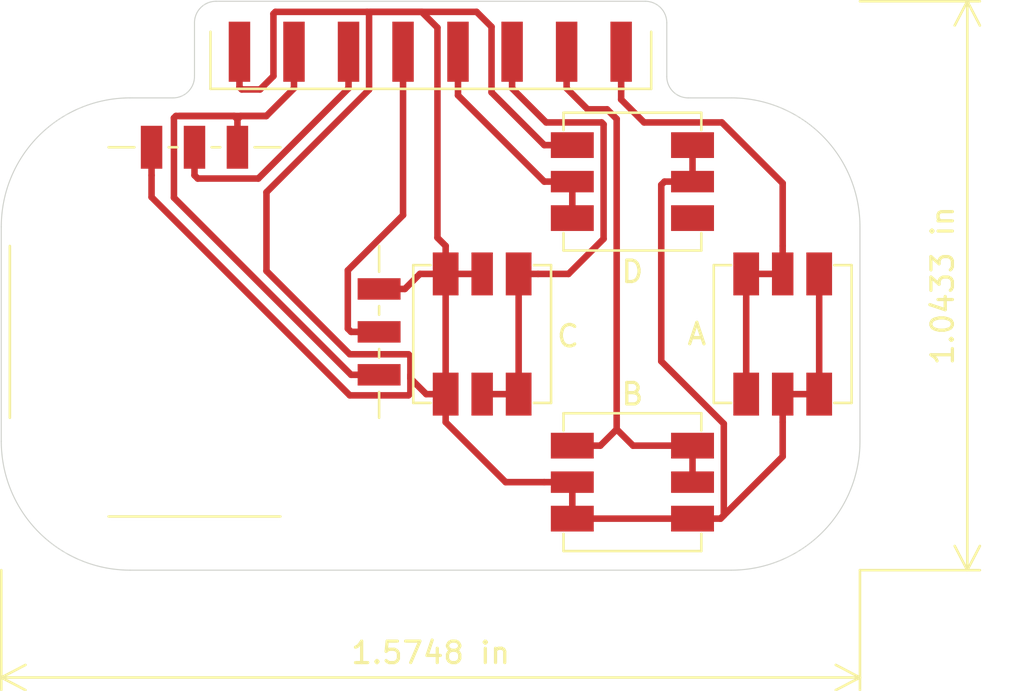
<source format=kicad_pcb>
(kicad_pcb (version 20171130) (host pcbnew "(5.1.5-0-10_14)")

  (general
    (thickness 1.6)
    (drawings 22)
    (tracks 117)
    (zones 0)
    (modules 6)
    (nets 9)
  )

  (page A4)
  (layers
    (0 F.Cu signal)
    (31 B.Cu signal)
    (32 B.Adhes user)
    (33 F.Adhes user)
    (34 B.Paste user)
    (35 F.Paste user)
    (36 B.SilkS user)
    (37 F.SilkS user)
    (38 B.Mask user)
    (39 F.Mask user)
    (40 Dwgs.User user)
    (41 Cmts.User user)
    (42 Eco1.User user)
    (43 Eco2.User user)
    (44 Edge.Cuts user)
    (45 Margin user)
    (46 B.CrtYd user hide)
    (47 F.CrtYd user hide)
    (48 B.Fab user)
    (49 F.Fab user hide)
  )

  (setup
    (last_trace_width 0.3048)
    (trace_clearance 0.3048)
    (zone_clearance 0.508)
    (zone_45_only no)
    (trace_min 0.1524)
    (via_size 0.6096)
    (via_drill 0.3048)
    (via_min_size 0.6096)
    (via_min_drill 0.3048)
    (uvia_size 0.3)
    (uvia_drill 0.1)
    (uvias_allowed no)
    (uvia_min_size 0.2)
    (uvia_min_drill 0.1)
    (edge_width 0.05)
    (segment_width 0.2)
    (pcb_text_width 0.3)
    (pcb_text_size 1.5 1.5)
    (mod_edge_width 0.12)
    (mod_text_size 1 1)
    (mod_text_width 0.15)
    (pad_size 1.524 1.524)
    (pad_drill 0.762)
    (pad_to_mask_clearance 0.051)
    (solder_mask_min_width 0.25)
    (aux_axis_origin 0 0)
    (visible_elements FFFFFF7F)
    (pcbplotparams
      (layerselection 0x010a8_7fffffff)
      (usegerberextensions true)
      (usegerberattributes false)
      (usegerberadvancedattributes false)
      (creategerberjobfile false)
      (excludeedgelayer true)
      (linewidth 0.100000)
      (plotframeref false)
      (viasonmask false)
      (mode 1)
      (useauxorigin false)
      (hpglpennumber 1)
      (hpglpenspeed 20)
      (hpglpendiameter 15.000000)
      (psnegative false)
      (psa4output false)
      (plotreference true)
      (plotvalue true)
      (plotinvisibletext false)
      (padsonsilk false)
      (subtractmaskfromsilk false)
      (outputformat 1)
      (mirror false)
      (drillshape 0)
      (scaleselection 1)
      (outputdirectory "RPiWDCntr/"))
  )

  (net 0 "")
  (net 1 "Net-(J1-Pad8)")
  (net 2 GND)
  (net 3 VPP)
  (net 4 "Net-(J1-Pad3)")
  (net 5 "Net-(J1-Pad4)")
  (net 6 "Net-(J1-Pad5)")
  (net 7 "Net-(J1-Pad6)")
  (net 8 "Net-(J1-Pad7)")

  (net_class Default "これはデフォルトのネット クラスです。"
    (clearance 0.3048)
    (trace_width 0.3048)
    (via_dia 0.6096)
    (via_drill 0.3048)
    (uvia_dia 0.3)
    (uvia_drill 0.1)
    (diff_pair_width 0.3048)
    (diff_pair_gap 0.3048)
    (add_net GND)
    (add_net "Net-(J1-Pad3)")
    (add_net "Net-(J1-Pad4)")
    (add_net "Net-(J1-Pad5)")
    (add_net "Net-(J1-Pad6)")
    (add_net "Net-(J1-Pad7)")
    (add_net "Net-(J1-Pad8)")
    (add_net VPP)
  )

  (module RPiWD_Controller:Connecter_SMD_8pin (layer F.Cu) (tedit 5DF0F2BE) (tstamp 5DED2FEE)
    (at 148.875 56.25 270)
    (path /5DED8D21)
    (fp_text reference J1 (at 0 -2.6 90) (layer F.SilkS) hide
      (effects (font (size 1 1) (thickness 0.15)))
    )
    (fp_text value Connector (at 2.921 8.509 180) (layer F.Fab)
      (effects (font (size 1 1) (thickness 0.15)))
    )
    (fp_line (start -1.33 19.13) (end 1.33 19.13) (layer F.SilkS) (width 0.12))
    (fp_line (start 1.33 16.44) (end 1.33 17.8) (layer F.SilkS) (width 0.12))
    (fp_line (start -1.8 -1.8) (end 1.75 -1.8) (layer F.CrtYd) (width 0.05))
    (fp_line (start 1.75 -1.8) (end 1.75 19.55) (layer F.CrtYd) (width 0.05))
    (fp_line (start 1.75 19.55) (end -1.8 19.55) (layer F.CrtYd) (width 0.05))
    (fp_line (start -1.8 19.55) (end -1.8 -1.8) (layer F.CrtYd) (width 0.05))
    (fp_line (start 0.635 -1.27) (end 1.27 -0.635) (layer F.Fab) (width 0.1))
    (fp_line (start 1.27 -0.635) (end 1.27 19.05) (layer F.Fab) (width 0.1))
    (fp_line (start 1.27 19.05) (end -1.27 19.05) (layer F.Fab) (width 0.1))
    (fp_line (start -1.27 19.05) (end -1.27 -1.27) (layer F.Fab) (width 0.1))
    (fp_line (start -1.33 -1.4) (end 1.33 -1.4) (layer F.SilkS) (width 0.12))
    (fp_line (start 1.33 -1.4) (end 1.33 16.44) (layer F.SilkS) (width 0.12))
    (fp_line (start 1.33 17.8) (end 1.33 19.13) (layer F.SilkS) (width 0.12))
    (fp_line (start -1.27 -1.27) (end 0.635 -1.27) (layer F.Fab) (width 0.1))
    (pad 7 smd rect (at -0.4 2.54 270) (size 2.8 1) (layers F.Cu F.Paste F.Mask)
      (net 8 "Net-(J1-Pad7)"))
    (pad 6 smd rect (at -0.4 5.08 270) (size 2.8 1) (layers F.Cu F.Paste F.Mask)
      (net 7 "Net-(J1-Pad6)"))
    (pad 5 smd rect (at -0.4 7.6 270) (size 2.8 1) (layers F.Cu F.Paste F.Mask)
      (net 6 "Net-(J1-Pad5)"))
    (pad 4 smd rect (at -0.4 10.16 270) (size 2.8 1) (layers F.Cu F.Paste F.Mask)
      (net 5 "Net-(J1-Pad4)"))
    (pad 3 smd rect (at -0.4 12.7 270) (size 2.8 1) (layers F.Cu F.Paste F.Mask)
      (net 4 "Net-(J1-Pad3)"))
    (pad 2 smd rect (at -0.4 15.24 270) (size 2.8 1) (layers F.Cu F.Paste F.Mask)
      (net 3 VPP))
    (pad 1 smd rect (at -0.4 17.78 270) (size 2.8 1) (layers F.Cu F.Paste F.Mask)
      (net 2 GND))
    (pad 8 smd rect (at -0.4 0 270) (size 2.8 1) (layers F.Cu F.Paste F.Mask)
      (net 1 "Net-(J1-Pad8)"))
  )

  (module RPiWD_Controller:AnalogJoyStick (layer F.Cu) (tedit 5DECD45A) (tstamp 5DED3004)
    (at 129 68.9)
    (path /5DED3BB7)
    (fp_text reference RV1 (at 0 9.6) (layer F.SilkS) hide
      (effects (font (size 1 1) (thickness 0.15)))
    )
    (fp_text value AnalogJoyStick (at 0 0) (layer F.Fab)
      (effects (font (size 1 1) (thickness 0.15)))
    )
    (fp_line (start 8.6 -4) (end 8.6 -2.8) (layer F.SilkS) (width 0.12))
    (fp_line (start 8.6 -0.8) (end 8.6 -1.2) (layer F.SilkS) (width 0.12))
    (fp_line (start 8.6 1.2) (end 8.6 0.8) (layer F.SilkS) (width 0.12))
    (fp_line (start 8.6 4) (end 8.6 2.8) (layer F.SilkS) (width 0.12))
    (fp_line (start 4 -8.6) (end 2.8 -8.6) (layer F.SilkS) (width 0.12))
    (fp_line (start 0.8 -8.6) (end 1.2 -8.6) (layer F.SilkS) (width 0.12))
    (fp_line (start -1.2 -8.6) (end -0.8 -8.6) (layer F.SilkS) (width 0.12))
    (fp_line (start -4 -8.6) (end -2.8 -8.6) (layer F.SilkS) (width 0.12))
    (fp_line (start -4 8.6) (end 4 8.6) (layer F.SilkS) (width 0.12))
    (fp_line (start -8.6 4) (end -8.6 -4) (layer F.SilkS) (width 0.12))
    (pad "" np_thru_hole circle (at 6 6) (size 1.6 1.6) (drill 1.6) (layers *.Cu *.Mask))
    (pad "" np_thru_hole circle (at -6 -6) (size 1.6 1.6) (drill 1.6) (layers *.Cu *.Mask))
    (pad 6 smd rect (at 8.6 -2) (size 2 1) (layers F.Cu F.Paste F.Mask)
      (net 2 GND))
    (pad 5 smd rect (at 8.6 0) (size 2 1) (layers F.Cu F.Paste F.Mask)
      (net 5 "Net-(J1-Pad4)"))
    (pad 4 smd rect (at 8.6 2) (size 2 1) (layers F.Cu F.Paste F.Mask)
      (net 3 VPP))
    (pad 3 smd rect (at -2 -8.6) (size 1 2) (layers F.Cu F.Paste F.Mask)
      (net 2 GND))
    (pad 2 smd rect (at 0 -8.6) (size 1 2) (layers F.Cu F.Paste F.Mask)
      (net 4 "Net-(J1-Pad3)"))
    (pad 1 smd rect (at 2 -8.6) (size 1 2) (layers F.Cu F.Paste F.Mask)
      (net 3 VPP))
  )

  (module RPiWD_Controller:SW_SMD (layer F.Cu) (tedit 5DECE108) (tstamp 5DED3019)
    (at 156.4 69 270)
    (path /5DED4BAC)
    (fp_text reference SW1 (at -0.2 -4.2 90) (layer F.SilkS) hide
      (effects (font (size 1 1) (thickness 0.15)))
    )
    (fp_text value SW1 (at 0 0 180) (layer F.Fab)
      (effects (font (size 1 1) (thickness 0.15)))
    )
    (fp_line (start -4 3.35) (end 4 3.35) (layer F.CrtYd) (width 0.05))
    (fp_line (start -4 -3.35) (end 4 -3.35) (layer F.CrtYd) (width 0.05))
    (fp_line (start -4 3.35) (end -4 -3.35) (layer F.CrtYd) (width 0.05))
    (fp_circle (center 0 0) (end 1.5 0) (layer F.Fab) (width 0.1))
    (fp_line (start -3.21 2.4) (end -3.21 3.21) (layer F.SilkS) (width 0.12))
    (fp_line (start -3.21 3.21) (end 3.21 3.21) (layer F.SilkS) (width 0.12))
    (fp_line (start 3.1 3.1) (end -3.1 3.1) (layer F.Fab) (width 0.1))
    (fp_line (start -3.1 3.1) (end -3.1 -3.1) (layer F.Fab) (width 0.1))
    (fp_line (start 4 -3.35) (end 4 3.35) (layer F.CrtYd) (width 0.05))
    (fp_line (start 3.21 3.21) (end 3.21 2.4) (layer F.SilkS) (width 0.12))
    (fp_line (start 3.21 -2.4) (end 3.21 -3.21) (layer F.SilkS) (width 0.12))
    (fp_line (start 3.21 -3.21) (end -3.21 -3.21) (layer F.SilkS) (width 0.12))
    (fp_line (start -3.21 -3.21) (end -3.21 -2.4) (layer F.SilkS) (width 0.12))
    (fp_line (start -3.1 -3.1) (end 3.1 -3.1) (layer F.Fab) (width 0.1))
    (fp_line (start 3.1 -3.1) (end 3.1 3.1) (layer F.Fab) (width 0.1))
    (pad 2 smd rect (at 2.8 -1.7 270) (size 2 1.2) (layers F.Cu F.Paste F.Mask)
      (net 2 GND))
    (pad 1 smd rect (at 2.8 1.7 270) (size 2 1.2) (layers F.Cu F.Paste F.Mask)
      (net 1 "Net-(J1-Pad8)"))
    (pad 2 smd rect (at -2.8 -1.7 270) (size 2 1.2) (layers F.Cu F.Paste F.Mask)
      (net 2 GND))
    (pad 1 smd rect (at -2.8 1.7 270) (size 2 1.2) (layers F.Cu F.Paste F.Mask)
      (net 1 "Net-(J1-Pad8)"))
    (pad 1 smd rect (at -2.8 0 270) (size 2 1) (layers F.Cu F.Paste F.Mask)
      (net 1 "Net-(J1-Pad8)"))
    (pad 2 smd rect (at 2.8 0 270) (size 2 1) (layers F.Cu F.Paste F.Mask)
      (net 2 GND))
  )

  (module RPiWD_Controller:SW_SMD (layer F.Cu) (tedit 5DECE108) (tstamp 5DED302E)
    (at 149.4 75.9 180)
    (path /5DED5B61)
    (fp_text reference SW2 (at -0.2 -4.2) (layer F.SilkS) hide
      (effects (font (size 1 1) (thickness 0.15)))
    )
    (fp_text value SW2 (at 0 0) (layer F.Fab)
      (effects (font (size 1 1) (thickness 0.15)))
    )
    (fp_line (start -4 3.35) (end 4 3.35) (layer F.CrtYd) (width 0.05))
    (fp_line (start -4 -3.35) (end 4 -3.35) (layer F.CrtYd) (width 0.05))
    (fp_line (start -4 3.35) (end -4 -3.35) (layer F.CrtYd) (width 0.05))
    (fp_circle (center 0 0) (end 1.5 0) (layer F.Fab) (width 0.1))
    (fp_line (start -3.21 2.4) (end -3.21 3.21) (layer F.SilkS) (width 0.12))
    (fp_line (start -3.21 3.21) (end 3.21 3.21) (layer F.SilkS) (width 0.12))
    (fp_line (start 3.1 3.1) (end -3.1 3.1) (layer F.Fab) (width 0.1))
    (fp_line (start -3.1 3.1) (end -3.1 -3.1) (layer F.Fab) (width 0.1))
    (fp_line (start 4 -3.35) (end 4 3.35) (layer F.CrtYd) (width 0.05))
    (fp_line (start 3.21 3.21) (end 3.21 2.4) (layer F.SilkS) (width 0.12))
    (fp_line (start 3.21 -2.4) (end 3.21 -3.21) (layer F.SilkS) (width 0.12))
    (fp_line (start 3.21 -3.21) (end -3.21 -3.21) (layer F.SilkS) (width 0.12))
    (fp_line (start -3.21 -3.21) (end -3.21 -2.4) (layer F.SilkS) (width 0.12))
    (fp_line (start -3.1 -3.1) (end 3.1 -3.1) (layer F.Fab) (width 0.1))
    (fp_line (start 3.1 -3.1) (end 3.1 3.1) (layer F.Fab) (width 0.1))
    (pad 2 smd rect (at 2.8 -1.7 180) (size 2 1.2) (layers F.Cu F.Paste F.Mask)
      (net 2 GND))
    (pad 1 smd rect (at 2.8 1.7 180) (size 2 1.2) (layers F.Cu F.Paste F.Mask)
      (net 8 "Net-(J1-Pad7)"))
    (pad 2 smd rect (at -2.8 -1.7 180) (size 2 1.2) (layers F.Cu F.Paste F.Mask)
      (net 2 GND))
    (pad 1 smd rect (at -2.8 1.7 180) (size 2 1.2) (layers F.Cu F.Paste F.Mask)
      (net 8 "Net-(J1-Pad7)"))
    (pad 1 smd rect (at -2.8 0 180) (size 2 1) (layers F.Cu F.Paste F.Mask)
      (net 8 "Net-(J1-Pad7)"))
    (pad 2 smd rect (at 2.8 0 180) (size 2 1) (layers F.Cu F.Paste F.Mask)
      (net 2 GND))
  )

  (module RPiWD_Controller:SW_SMD (layer F.Cu) (tedit 5DECE108) (tstamp 5DED3043)
    (at 142.4 69 90)
    (path /5DED73E6)
    (fp_text reference SW3 (at -0.2 -4.2 90) (layer F.SilkS) hide
      (effects (font (size 1 1) (thickness 0.15)))
    )
    (fp_text value SW3 (at 0 0 180) (layer F.Fab)
      (effects (font (size 1 1) (thickness 0.15)))
    )
    (fp_line (start -4 3.35) (end 4 3.35) (layer F.CrtYd) (width 0.05))
    (fp_line (start -4 -3.35) (end 4 -3.35) (layer F.CrtYd) (width 0.05))
    (fp_line (start -4 3.35) (end -4 -3.35) (layer F.CrtYd) (width 0.05))
    (fp_circle (center 0 0) (end 1.5 0) (layer F.Fab) (width 0.1))
    (fp_line (start -3.21 2.4) (end -3.21 3.21) (layer F.SilkS) (width 0.12))
    (fp_line (start -3.21 3.21) (end 3.21 3.21) (layer F.SilkS) (width 0.12))
    (fp_line (start 3.1 3.1) (end -3.1 3.1) (layer F.Fab) (width 0.1))
    (fp_line (start -3.1 3.1) (end -3.1 -3.1) (layer F.Fab) (width 0.1))
    (fp_line (start 4 -3.35) (end 4 3.35) (layer F.CrtYd) (width 0.05))
    (fp_line (start 3.21 3.21) (end 3.21 2.4) (layer F.SilkS) (width 0.12))
    (fp_line (start 3.21 -2.4) (end 3.21 -3.21) (layer F.SilkS) (width 0.12))
    (fp_line (start 3.21 -3.21) (end -3.21 -3.21) (layer F.SilkS) (width 0.12))
    (fp_line (start -3.21 -3.21) (end -3.21 -2.4) (layer F.SilkS) (width 0.12))
    (fp_line (start -3.1 -3.1) (end 3.1 -3.1) (layer F.Fab) (width 0.1))
    (fp_line (start 3.1 -3.1) (end 3.1 3.1) (layer F.Fab) (width 0.1))
    (pad 2 smd rect (at 2.8 -1.7 90) (size 2 1.2) (layers F.Cu F.Paste F.Mask)
      (net 2 GND))
    (pad 1 smd rect (at 2.8 1.7 90) (size 2 1.2) (layers F.Cu F.Paste F.Mask)
      (net 7 "Net-(J1-Pad6)"))
    (pad 2 smd rect (at -2.8 -1.7 90) (size 2 1.2) (layers F.Cu F.Paste F.Mask)
      (net 2 GND))
    (pad 1 smd rect (at -2.8 1.7 90) (size 2 1.2) (layers F.Cu F.Paste F.Mask)
      (net 7 "Net-(J1-Pad6)"))
    (pad 1 smd rect (at -2.8 0 90) (size 2 1) (layers F.Cu F.Paste F.Mask)
      (net 7 "Net-(J1-Pad6)"))
    (pad 2 smd rect (at 2.8 0 90) (size 2 1) (layers F.Cu F.Paste F.Mask)
      (net 2 GND))
  )

  (module RPiWD_Controller:SW_SMD (layer F.Cu) (tedit 5DECE108) (tstamp 5DED3058)
    (at 149.4 61.9)
    (path /5DED7C5C)
    (fp_text reference SW4 (at -0.2 -4.2) (layer F.SilkS) hide
      (effects (font (size 1 1) (thickness 0.15)))
    )
    (fp_text value SW4 (at 0 0) (layer F.Fab)
      (effects (font (size 1 1) (thickness 0.15)))
    )
    (fp_line (start -4 3.35) (end 4 3.35) (layer F.CrtYd) (width 0.05))
    (fp_line (start -4 -3.35) (end 4 -3.35) (layer F.CrtYd) (width 0.05))
    (fp_line (start -4 3.35) (end -4 -3.35) (layer F.CrtYd) (width 0.05))
    (fp_circle (center 0 0) (end 1.5 0) (layer F.Fab) (width 0.1))
    (fp_line (start -3.21 2.4) (end -3.21 3.21) (layer F.SilkS) (width 0.12))
    (fp_line (start -3.21 3.21) (end 3.21 3.21) (layer F.SilkS) (width 0.12))
    (fp_line (start 3.1 3.1) (end -3.1 3.1) (layer F.Fab) (width 0.1))
    (fp_line (start -3.1 3.1) (end -3.1 -3.1) (layer F.Fab) (width 0.1))
    (fp_line (start 4 -3.35) (end 4 3.35) (layer F.CrtYd) (width 0.05))
    (fp_line (start 3.21 3.21) (end 3.21 2.4) (layer F.SilkS) (width 0.12))
    (fp_line (start 3.21 -2.4) (end 3.21 -3.21) (layer F.SilkS) (width 0.12))
    (fp_line (start 3.21 -3.21) (end -3.21 -3.21) (layer F.SilkS) (width 0.12))
    (fp_line (start -3.21 -3.21) (end -3.21 -2.4) (layer F.SilkS) (width 0.12))
    (fp_line (start -3.1 -3.1) (end 3.1 -3.1) (layer F.Fab) (width 0.1))
    (fp_line (start 3.1 -3.1) (end 3.1 3.1) (layer F.Fab) (width 0.1))
    (pad 2 smd rect (at 2.8 -1.7) (size 2 1.2) (layers F.Cu F.Paste F.Mask)
      (net 2 GND))
    (pad 1 smd rect (at 2.8 1.7) (size 2 1.2) (layers F.Cu F.Paste F.Mask)
      (net 6 "Net-(J1-Pad5)"))
    (pad 2 smd rect (at -2.8 -1.7) (size 2 1.2) (layers F.Cu F.Paste F.Mask)
      (net 2 GND))
    (pad 1 smd rect (at -2.8 1.7) (size 2 1.2) (layers F.Cu F.Paste F.Mask)
      (net 6 "Net-(J1-Pad5)"))
    (pad 1 smd rect (at -2.8 0) (size 2 1) (layers F.Cu F.Paste F.Mask)
      (net 6 "Net-(J1-Pad5)"))
    (pad 2 smd rect (at 2.8 0) (size 2 1) (layers F.Cu F.Paste F.Mask)
      (net 2 GND))
  )

  (dimension 26.5 (width 0.12) (layer F.SilkS)
    (gr_text "26.500 mm" (at 166.27 66.75 90) (layer F.SilkS)
      (effects (font (size 1 1) (thickness 0.15)))
    )
    (feature1 (pts (xy 160 53.5) (xy 165.586421 53.5)))
    (feature2 (pts (xy 160 80) (xy 165.586421 80)))
    (crossbar (pts (xy 165 80) (xy 165 53.5)))
    (arrow1a (pts (xy 165 53.5) (xy 165.586421 54.626504)))
    (arrow1b (pts (xy 165 53.5) (xy 164.413579 54.626504)))
    (arrow2a (pts (xy 165 80) (xy 165.586421 78.873496)))
    (arrow2b (pts (xy 165 80) (xy 164.413579 78.873496)))
  )
  (dimension 40 (width 0.12) (layer F.SilkS)
    (gr_text "40.000 mm" (at 140 86.27) (layer F.SilkS)
      (effects (font (size 1 1) (thickness 0.15)))
    )
    (feature1 (pts (xy 160 80) (xy 160 85.586421)))
    (feature2 (pts (xy 120 80) (xy 120 85.586421)))
    (crossbar (pts (xy 120 85) (xy 160 85)))
    (arrow1a (pts (xy 160 85) (xy 158.873496 85.586421)))
    (arrow1b (pts (xy 160 85) (xy 158.873496 84.413579)))
    (arrow2a (pts (xy 120 85) (xy 121.126504 85.586421)))
    (arrow2b (pts (xy 120 85) (xy 121.126504 84.413579)))
  )
  (gr_text D (at 149.4 66.1) (layer F.SilkS) (tstamp 5DED515A)
    (effects (font (size 1 1) (thickness 0.15)))
  )
  (gr_text C (at 146.4 69.1) (layer F.SilkS) (tstamp 5DED50ED)
    (effects (font (size 1 1) (thickness 0.15)))
  )
  (gr_text B (at 149.4 71.8) (layer F.SilkS) (tstamp 5DED5093)
    (effects (font (size 1 1) (thickness 0.15)))
  )
  (gr_text A (at 152.4 69) (layer F.SilkS)
    (effects (font (size 1 1) (thickness 0.15)))
  )
  (gr_line (start 126 58) (end 128 58) (layer Edge.Cuts) (width 0.05) (tstamp 5DED4AE2))
  (gr_line (start 129 54.5) (end 129 57) (layer Edge.Cuts) (width 0.05) (tstamp 5DED4AE1))
  (gr_line (start 152 58) (end 154 58) (layer Edge.Cuts) (width 0.05) (tstamp 5DED4AE0))
  (gr_line (start 151 54.5) (end 151 57) (layer Edge.Cuts) (width 0.05) (tstamp 5DED4ADF))
  (gr_arc (start 130 54.5) (end 130 53.5) (angle -90) (layer Edge.Cuts) (width 0.05) (tstamp 5DED4ACA))
  (gr_arc (start 150 54.5) (end 151 54.5) (angle -90) (layer Edge.Cuts) (width 0.05) (tstamp 5DED4AC6))
  (gr_arc (start 152 57) (end 151 57) (angle -90) (layer Edge.Cuts) (width 0.05) (tstamp 5DED4AC0))
  (gr_arc (start 128 57) (end 128 58) (angle -90) (layer Edge.Cuts) (width 0.05))
  (gr_arc (start 154 64) (end 160 64) (angle -90) (layer Edge.Cuts) (width 0.05) (tstamp 5DED4ABA))
  (gr_arc (start 126 64) (end 126 58) (angle -90) (layer Edge.Cuts) (width 0.05) (tstamp 5DED4AB5))
  (gr_arc (start 126 74) (end 120 74) (angle -90) (layer Edge.Cuts) (width 0.05) (tstamp 5DED4AAF))
  (gr_arc (start 154 74) (end 154 80) (angle -90) (layer Edge.Cuts) (width 0.05))
  (gr_line (start 120 74) (end 120 64) (layer Edge.Cuts) (width 0.05) (tstamp 5DED3489))
  (gr_line (start 154 80) (end 126 80) (layer Edge.Cuts) (width 0.05))
  (gr_line (start 160 64) (end 160 74) (layer Edge.Cuts) (width 0.05))
  (gr_line (start 130 53.5) (end 150 53.5) (layer Edge.Cuts) (width 0.05))

  (segment (start 148.875 55.85) (end 148.875 56.75) (width 0.3048) (layer F.Cu) (net 1))
  (segment (start 156.4 66.2) (end 154.7 66.2) (width 0.3048) (layer F.Cu) (net 1))
  (segment (start 154.7 66.2) (end 154.7 71.8) (width 0.3048) (layer F.Cu) (net 1))
  (segment (start 148.875 57.5548) (end 148.9 57.5798) (width 0.3048) (layer F.Cu) (net 1))
  (segment (start 148.875 55.85) (end 148.875 57.5548) (width 0.3048) (layer F.Cu) (net 1))
  (segment (start 156.4 61.977038) (end 156.4 64.8952) (width 0.3048) (layer F.Cu) (net 1))
  (segment (start 153.565761 59.142799) (end 156.4 61.977038) (width 0.3048) (layer F.Cu) (net 1))
  (segment (start 156.4 64.8952) (end 156.4 66.2) (width 0.3048) (layer F.Cu) (net 1))
  (segment (start 149.942799 59.142799) (end 153.565761 59.142799) (width 0.3048) (layer F.Cu) (net 1))
  (segment (start 148.875 58.075) (end 149.942799 59.142799) (width 0.3048) (layer F.Cu) (net 1))
  (segment (start 148.875 57.5548) (end 148.875 58.075) (width 0.3048) (layer F.Cu) (net 1))
  (segment (start 127 61.6048) (end 127 60.3) (width 0.3048) (layer F.Cu) (net 2))
  (segment (start 127 62.622962) (end 127 61.6048) (width 0.3048) (layer F.Cu) (net 2))
  (segment (start 136.234239 71.857201) (end 127 62.622962) (width 0.3048) (layer F.Cu) (net 2))
  (segment (start 139.057201 71.765761) (end 138.965761 71.857201) (width 0.3048) (layer F.Cu) (net 2))
  (segment (start 139.057201 70.034239) (end 139.057201 71.765761) (width 0.3048) (layer F.Cu) (net 2))
  (segment (start 138.965761 69.942799) (end 139.057201 70.034239) (width 0.3048) (layer F.Cu) (net 2))
  (segment (start 136.234239 69.942799) (end 138.965761 69.942799) (width 0.3048) (layer F.Cu) (net 2))
  (segment (start 132.352871 66.061431) (end 136.234239 69.942799) (width 0.3048) (layer F.Cu) (net 2))
  (segment (start 138.965761 71.857201) (end 136.234239 71.857201) (width 0.3048) (layer F.Cu) (net 2))
  (segment (start 132.352871 62.395091) (end 132.352871 66.061431) (width 0.3048) (layer F.Cu) (net 2))
  (segment (start 137.132201 54.084239) (end 137.132201 57.615761) (width 0.3048) (layer F.Cu) (net 2))
  (segment (start 137.040761 53.992799) (end 137.132201 54.084239) (width 0.3048) (layer F.Cu) (net 2))
  (segment (start 137.132201 57.615761) (end 132.352871 62.395091) (width 0.3048) (layer F.Cu) (net 2))
  (segment (start 132.769239 53.992799) (end 137.040761 53.992799) (width 0.3048) (layer F.Cu) (net 2))
  (segment (start 131.095 55.85) (end 131.095 55.667038) (width 0.3048) (layer F.Cu) (net 2))
  (segment (start 145.2952 60.2) (end 146.6 60.2) (width 0.3048) (layer F.Cu) (net 2))
  (segment (start 142.837799 54.689837) (end 142.837799 57.742599) (width 0.3048) (layer F.Cu) (net 2))
  (segment (start 142.837799 57.742599) (end 145.2952 60.2) (width 0.3048) (layer F.Cu) (net 2))
  (segment (start 142.140761 53.992799) (end 142.837799 54.689837) (width 0.3048) (layer F.Cu) (net 2))
  (segment (start 140.317799 64.512999) (end 140.7 64.8952) (width 0.3048) (layer F.Cu) (net 2))
  (segment (start 139.580761 53.992799) (end 140.317799 54.729837) (width 0.3048) (layer F.Cu) (net 2))
  (segment (start 137.207201 53.992799) (end 139.580761 53.992799) (width 0.3048) (layer F.Cu) (net 2))
  (segment (start 140.317799 54.729837) (end 140.317799 64.512999) (width 0.3048) (layer F.Cu) (net 2))
  (segment (start 137.040761 53.992799) (end 137.207201 53.992799) (width 0.3048) (layer F.Cu) (net 2))
  (segment (start 140.7 64.8952) (end 140.7 66.2) (width 0.3048) (layer F.Cu) (net 2))
  (segment (start 137.207201 53.992799) (end 142.140761 53.992799) (width 0.3048) (layer F.Cu) (net 2))
  (segment (start 142.4 66.2) (end 140.7 66.2) (width 0.3048) (layer F.Cu) (net 2))
  (segment (start 137.6 66.9) (end 138.8 66.9) (width 0.3048) (layer F.Cu) (net 2))
  (segment (start 139.5 66.2) (end 140.7 66.2) (width 0.3048) (layer F.Cu) (net 2))
  (segment (start 138.8 66.9) (end 139.5 66.2) (width 0.3048) (layer F.Cu) (net 2))
  (segment (start 140.7 66.2) (end 140.7 71.8) (width 0.3048) (layer F.Cu) (net 2))
  (segment (start 139.057201 71.062001) (end 139.057201 70.9) (width 0.3048) (layer F.Cu) (net 2))
  (segment (start 139.7952 71.8) (end 139.057201 71.062001) (width 0.3048) (layer F.Cu) (net 2))
  (segment (start 140.7 71.8) (end 139.7952 71.8) (width 0.3048) (layer F.Cu) (net 2))
  (segment (start 145.2952 75.9) (end 146.6 75.9) (width 0.3048) (layer F.Cu) (net 2))
  (segment (start 143.4952 75.9) (end 145.2952 75.9) (width 0.3048) (layer F.Cu) (net 2))
  (segment (start 140.7 73.1048) (end 143.4952 75.9) (width 0.3048) (layer F.Cu) (net 2))
  (segment (start 140.7 71.8) (end 140.7 73.1048) (width 0.3048) (layer F.Cu) (net 2))
  (segment (start 146.6 75.9) (end 146.6 77.6) (width 0.3048) (layer F.Cu) (net 2))
  (segment (start 146.6 77.6) (end 152.2 77.6) (width 0.3048) (layer F.Cu) (net 2))
  (segment (start 156.4 73.1048) (end 156.4 71.8) (width 0.3048) (layer F.Cu) (net 2))
  (segment (start 156.4 74.7048) (end 156.4 73.1048) (width 0.3048) (layer F.Cu) (net 2))
  (segment (start 153.5048 77.6) (end 156.4 74.7048) (width 0.3048) (layer F.Cu) (net 2))
  (segment (start 156.4 71.8) (end 158.1 71.8) (width 0.3048) (layer F.Cu) (net 2))
  (segment (start 158.1 71.8) (end 158.1 66.2) (width 0.3048) (layer F.Cu) (net 2))
  (segment (start 150.742799 70.265761) (end 150.742799 62.052401) (width 0.3048) (layer F.Cu) (net 2))
  (segment (start 153.657201 73.180163) (end 150.742799 70.265761) (width 0.3048) (layer F.Cu) (net 2))
  (segment (start 153.657201 77.447599) (end 153.657201 73.180163) (width 0.3048) (layer F.Cu) (net 2))
  (segment (start 150.742799 62.052401) (end 150.8952 61.9) (width 0.3048) (layer F.Cu) (net 2))
  (segment (start 153.5048 77.6) (end 153.657201 77.447599) (width 0.3048) (layer F.Cu) (net 2))
  (segment (start 150.8952 61.9) (end 152.2 61.9) (width 0.3048) (layer F.Cu) (net 2))
  (segment (start 152.2 77.6) (end 153.5048 77.6) (width 0.3048) (layer F.Cu) (net 2))
  (segment (start 152.2 61.9) (end 152.2 60.2) (width 0.3048) (layer F.Cu) (net 2))
  (segment (start 131.095 55.85) (end 131.095 57.5) (width 0.3048) (layer F.Cu) (net 2))
  (segment (start 131.095 57.5) (end 131.2022 57.6072) (width 0.3048) (layer F.Cu) (net 2))
  (segment (start 131.2022 57.6072) (end 132.0546 57.6072) (width 0.3048) (layer F.Cu) (net 2))
  (segment (start 132.677799 54.084239) (end 132.769239 53.992799) (width 0.3048) (layer F.Cu) (net 2))
  (segment (start 132.677799 56.984001) (end 132.677799 54.084239) (width 0.3048) (layer F.Cu) (net 2))
  (segment (start 132.0546 57.6072) (end 132.677799 56.984001) (width 0.3048) (layer F.Cu) (net 2))
  (segment (start 128.042799 62.647599) (end 136.2952 70.9) (width 0.3048) (layer F.Cu) (net 3))
  (segment (start 128.042799 58.934239) (end 128.042799 62.647599) (width 0.3048) (layer F.Cu) (net 3))
  (segment (start 128.134239 58.842799) (end 128.042799 58.934239) (width 0.3048) (layer F.Cu) (net 3))
  (segment (start 132.347001 58.842799) (end 128.134239 58.842799) (width 0.3048) (layer F.Cu) (net 3))
  (segment (start 136.2952 70.9) (end 137.6 70.9) (width 0.3048) (layer F.Cu) (net 3))
  (segment (start 133.635 57.5548) (end 132.347001 58.842799) (width 0.3048) (layer F.Cu) (net 3))
  (segment (start 133.635 55.85) (end 133.635 57.5548) (width 0.3048) (layer F.Cu) (net 3))
  (segment (start 131.152401 58.842799) (end 132.347001 58.842799) (width 0.3048) (layer F.Cu) (net 3))
  (segment (start 131 58.9952) (end 131.152401 58.842799) (width 0.3048) (layer F.Cu) (net 3))
  (segment (start 131 60.3) (end 131 58.9952) (width 0.3048) (layer F.Cu) (net 3))
  (segment (start 130.847599 58.842799) (end 128.3 58.842799) (width 0.3048) (layer F.Cu) (net 3))
  (segment (start 131 58.9952) (end 130.847599 58.842799) (width 0.3048) (layer F.Cu) (net 3))
  (segment (start 129.152401 61.757201) (end 129 61.6048) (width 0.3048) (layer F.Cu) (net 4))
  (segment (start 131.972599 61.757201) (end 129.152401 61.757201) (width 0.3048) (layer F.Cu) (net 4))
  (segment (start 136.175 57.5548) (end 131.972599 61.757201) (width 0.3048) (layer F.Cu) (net 4))
  (segment (start 129 61.6048) (end 129 60.3) (width 0.3048) (layer F.Cu) (net 4))
  (segment (start 136.175 55.85) (end 136.175 57.5548) (width 0.3048) (layer F.Cu) (net 4))
  (segment (start 136.2952 68.9) (end 137.6 68.9) (width 0.3048) (layer F.Cu) (net 5))
  (segment (start 136.142799 68.747599) (end 136.2952 68.9) (width 0.3048) (layer F.Cu) (net 5))
  (segment (start 136.142799 66.034239) (end 136.142799 68.747599) (width 0.3048) (layer F.Cu) (net 5))
  (segment (start 138.715 63.462038) (end 136.142799 66.034239) (width 0.3048) (layer F.Cu) (net 5))
  (segment (start 138.715 55.85) (end 138.715 63.462038) (width 0.3048) (layer F.Cu) (net 5))
  (segment (start 141.275 57.8798) (end 145.2952 61.9) (width 0.3048) (layer F.Cu) (net 6))
  (segment (start 145.2952 61.9) (end 146.6 61.9) (width 0.3048) (layer F.Cu) (net 6))
  (segment (start 141.275 55.85) (end 141.275 57.8798) (width 0.3048) (layer F.Cu) (net 6))
  (segment (start 146.6 61.9) (end 146.6 63.6) (width 0.3048) (layer F.Cu) (net 6))
  (segment (start 145.0048 66.2) (end 144.1 66.2) (width 0.3048) (layer F.Cu) (net 7))
  (segment (start 148.057201 64.565761) (end 146.422962 66.2) (width 0.3048) (layer F.Cu) (net 7))
  (segment (start 148.057201 59.234239) (end 148.057201 64.565761) (width 0.3048) (layer F.Cu) (net 7))
  (segment (start 146.422962 66.2) (end 145.0048 66.2) (width 0.3048) (layer F.Cu) (net 7))
  (segment (start 147.965761 59.142799) (end 148.057201 59.234239) (width 0.3048) (layer F.Cu) (net 7))
  (segment (start 143.795 57.5548) (end 145.382999 59.142799) (width 0.3048) (layer F.Cu) (net 7))
  (segment (start 145.382999 59.142799) (end 147.965761 59.142799) (width 0.3048) (layer F.Cu) (net 7))
  (segment (start 143.795 55.85) (end 143.795 57.5548) (width 0.3048) (layer F.Cu) (net 7))
  (segment (start 144.1 66.2) (end 144.1 71.8) (width 0.3048) (layer F.Cu) (net 7))
  (segment (start 144.1 71.8) (end 142.4 71.8) (width 0.3048) (layer F.Cu) (net 7))
  (segment (start 148.66681 73.43799) (end 147.9048 74.2) (width 0.3048) (layer F.Cu) (net 8))
  (segment (start 147.9048 74.2) (end 146.6 74.2) (width 0.3048) (layer F.Cu) (net 8))
  (segment (start 148.66681 58.98173) (end 148.66681 73.43799) (width 0.3048) (layer F.Cu) (net 8))
  (segment (start 146.335 55.85) (end 146.335 56.64992) (width 0.3048) (layer F.Cu) (net 8))
  (segment (start 149.42882 74.2) (end 148.66681 73.43799) (width 0.3048) (layer F.Cu) (net 8))
  (segment (start 152.2 74.2) (end 149.42882 74.2) (width 0.3048) (layer F.Cu) (net 8))
  (segment (start 152.2 75.9) (end 152.2 74.2) (width 0.3048) (layer F.Cu) (net 8))
  (segment (start 147.313389 58.533189) (end 148.218269 58.533189) (width 0.3048) (layer F.Cu) (net 8))
  (segment (start 148.218269 58.533189) (end 148.66681 58.98173) (width 0.3048) (layer F.Cu) (net 8))
  (segment (start 146.335 57.5548) (end 147.313389 58.533189) (width 0.3048) (layer F.Cu) (net 8))
  (segment (start 146.335 55.85) (end 146.335 57.5548) (width 0.3048) (layer F.Cu) (net 8))

)

</source>
